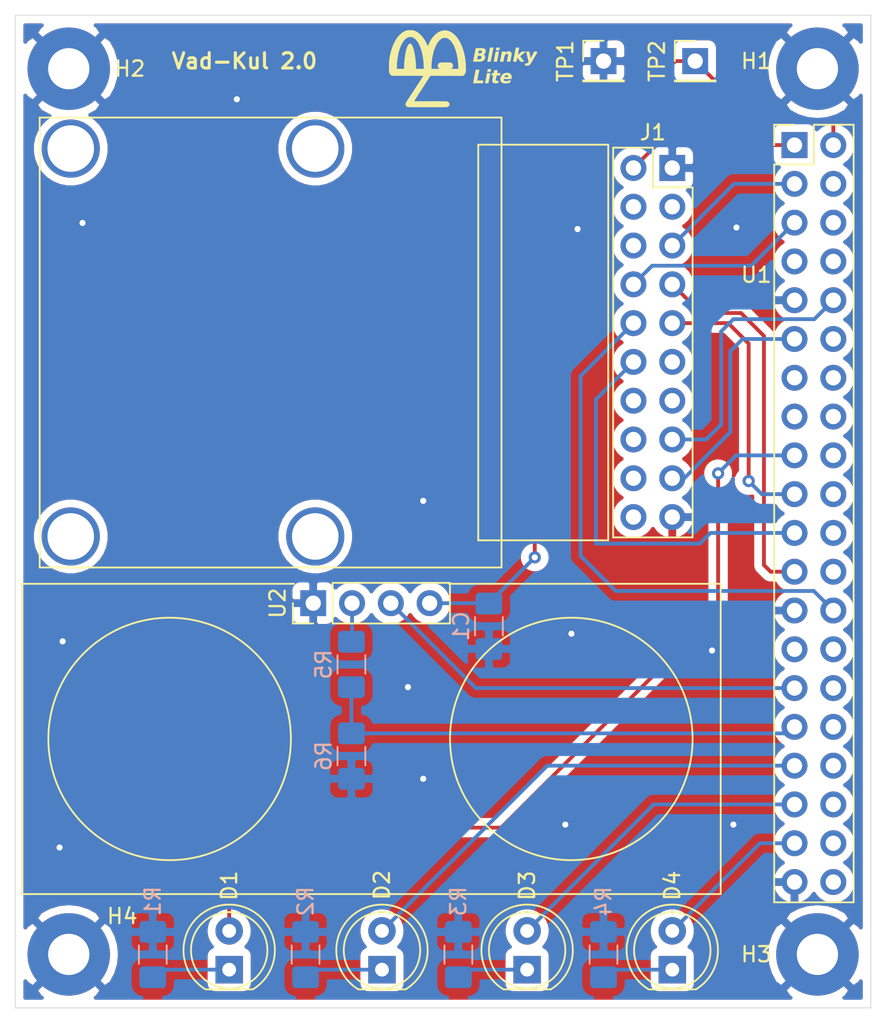
<source format=kicad_pcb>
(kicad_pcb (version 20171130) (host pcbnew 5.1.6-c6e7f7d~86~ubuntu18.04.1)
  (layers (0 F.Cu signal) (31 B.Cu signal) (34 B.Paste user) (35 F.Paste user) (36 B.SilkS user) (37 F.SilkS user) (38 B.Mask user) (39 F.Mask user) (44 Edge.Cuts user))
  (net 0 "")
  (net 1 "Net-(D1-Pad2)")
  (net 2 "Net-(D1-Pad1)")
  (net 3 "Net-(D2-Pad2)")
  (net 4 "Net-(D2-Pad1)")
  (net 5 "Net-(D3-Pad2)")
  (net 6 "Net-(D3-Pad1)")
  (net 7 GND)
  (net 8 "Net-(J1-Pad17)")
  (net 9 "Net-(J1-Pad15)")
  (net 10 "Net-(J1-Pad12)")
  (net 11 "Net-(J1-Pad10)")
  (net 12 "Net-(J1-Pad8)")
  (net 13 "Net-(J1-Pad7)")
  (net 14 "Net-(J1-Pad5)")
  (net 15 "Net-(J1-Pad2)")
  (net 16 "Net-(U1-Pad40)")
  (net 17 "Net-(U1-Pad32)")
  (net 18 "Net-(U1-Pad29)")
  (net 19 "Net-(U1-Pad28)")
  (net 20 "Net-(U1-Pad27)")
  (net 21 "Net-(U1-Pad24)")
  (net 22 "Net-(U1-Pad22)")
  (net 23 "Net-(U1-Pad18)")
  (net 24 "Net-(U1-Pad16)")
  (net 25 "Net-(U1-Pad15)")
  (net 26 "Net-(U1-Pad13)")
  (net 27 "Net-(U1-Pad12)")
  (net 28 "Net-(U1-Pad8)")
  (net 29 "Net-(U1-Pad38)")
  (net 30 "Net-(U1-Pad36)")
  (net 31 "Net-(U1-Pad34)")
  (net 32 "Net-(U1-Pad30)")
  (net 33 "Net-(U1-Pad20)")
  (net 34 "Net-(U1-Pad14)")
  (net 35 "Net-(U1-Pad6)")
  (net 36 "Net-(C1-Pad1)")
  (net 37 "Net-(D4-Pad2)")
  (net 38 "Net-(D4-Pad1)")
  (net 39 "Net-(R5-Pad2)")
  (net 40 "Net-(R5-Pad1)")
  (net 41 "Net-(J1-Pad3)")
  (net 42 "Net-(J1-Pad4)")
  (net 43 "Net-(J1-Pad6)")
  (net 44 "Net-(J1-Pad9)")
  (net 45 "Net-(J1-Pad11)")
  (net 46 "Net-(J1-Pad13)")
  (net 47 "Net-(J1-Pad14)")
  (net 48 "Net-(J1-Pad16)")
  (net 49 "Net-(J1-Pad18)")
  (net 50 "Net-(J1-Pad20)")
  (net 51 "Net-(U1-Pad4)")
  (net 52 "Net-(U1-Pad7)")
  (module Resistor_SMD:R_1206_3216Metric_Pad1.42x1.75mm_HandSolder (layer B.Cu) (at 125 65.5125 270)
    (fp_text reference R6 (at 0 1.82 270) (layer B.SilkS) (effects (justify mirror)))
    (fp_text value 6.8k)
    (pad 2 smd roundrect (at 1.4875 0 270) (size 1.425 1.75) (layers B.Cu B.Paste B.Mask) (roundrect_rratio 0.175439) (net 7 GND))
    (pad 1 smd roundrect (at -1.4875 0 270) (size 1.425 1.75) (layers B.Cu B.Paste B.Mask) (roundrect_rratio 0.175439) (net 39 "Net-(R5-Pad2)"))
  )
  (module Resistor_SMD:R_1206_3216Metric_Pad1.42x1.75mm_HandSolder (layer B.Cu) (at 125 59.5125 270)
    (fp_text reference R5 (at 0 1.82 270) (layer B.SilkS) (effects (justify mirror)))
    (fp_text value 3.3k)
    (pad 2 smd roundrect (at 1.4875 0 270) (size 1.425 1.75) (layers B.Cu B.Paste B.Mask) (roundrect_rratio 0.175439) (net 39 "Net-(R5-Pad2)"))
    (pad 1 smd roundrect (at -1.4875 0 270) (size 1.425 1.75) (layers B.Cu B.Paste B.Mask) (roundrect_rratio 0.175439) (net 40 "Net-(R5-Pad1)"))
  )
  (module MountingHole:MountingHole_2.7mm_M2.5_Pad (layer F.Cu) (at 106.5 78.5)
    (fp_text reference H4 (at 3.5 -2.5) (layer F.SilkS))
    (fp_text value MountingHole_Pad)
    (pad 1 thru_hole circle (at 0 0) (size 5.4 5.4) (drill 2.7) (layers *.Cu *.Mask) (net 7 GND))
  )
  (module MountingHole:MountingHole_2.7mm_M2.5_Pad (layer F.Cu) (at 155.5 78.5)
    (fp_text reference H3 (at -4 0) (layer F.SilkS))
    (fp_text value MountingHole_Pad)
    (pad 1 thru_hole circle (at 0 0) (size 5.4 5.4) (drill 2.7) (layers *.Cu *.Mask) (net 7 GND))
  )
  (module MountingHole:MountingHole_2.7mm_M2.5_Pad (layer F.Cu) (at 106.5 20.5)
    (fp_text reference H2 (at 4 0) (layer F.SilkS))
    (fp_text value MountingHole_Pad)
    (pad 1 thru_hole circle (at 0 0) (size 5.4 5.4) (drill 2.7) (layers *.Cu *.Mask) (net 7 GND))
  )
  (module MountingHole:MountingHole_2.7mm_M2.5_Pad (layer F.Cu) (at 155.5 20.5)
    (fp_text reference H1 (at -4 -0.5) (layer F.SilkS))
    (fp_text value MountingHole_Pad)
    (pad 1 thru_hole circle (at 0 0) (size 5.4 5.4) (drill 2.7) (layers *.Cu *.Mask) (net 7 GND))
  )
  (module dmcginnis427Footprints:Lepton2BO_RA (layer F.Cu) (at 146 27)
    (fp_text reference J1 (at -1.27 -2.33) (layer F.SilkS))
    (fp_text value Lepton2Breakout)
    (pad "" thru_hole circle (at -23.368 -1.27) (size 3.81 3.81) (drill 3.048) (layers *.Cu *.Mask))
    (pad "" thru_hole circle (at -39.37 -1.27) (size 3.81 3.81) (drill 3.048) (layers *.Cu *.Mask))
    (pad "" thru_hole circle (at -23.368 24.13) (size 3.81 3.81) (drill 3.048) (layers *.Cu *.Mask))
    (pad 1 thru_hole rect (at 0 0) (size 1.7 1.7) (drill 1) (layers *.Cu *.Mask) (net 7 GND))
    (pad 2 thru_hole oval (at -2.54 0) (size 1.7 1.7) (drill 1) (layers *.Cu *.Mask) (net 15 "Net-(J1-Pad2)"))
    (pad 3 thru_hole oval (at 0 2.54) (size 1.7 1.7) (drill 1) (layers *.Cu *.Mask) (net 41 "Net-(J1-Pad3)"))
    (pad 4 thru_hole oval (at -2.54 2.54) (size 1.7 1.7) (drill 1) (layers *.Cu *.Mask) (net 42 "Net-(J1-Pad4)"))
    (pad 5 thru_hole oval (at 0 5.08) (size 1.7 1.7) (drill 1) (layers *.Cu *.Mask) (net 14 "Net-(J1-Pad5)"))
    (pad 6 thru_hole oval (at -2.54 5.08) (size 1.7 1.7) (drill 1) (layers *.Cu *.Mask) (net 43 "Net-(J1-Pad6)"))
    (pad 7 thru_hole oval (at 0 7.62) (size 1.7 1.7) (drill 1) (layers *.Cu *.Mask) (net 13 "Net-(J1-Pad7)"))
    (pad 8 thru_hole oval (at -2.54 7.62) (size 1.7 1.7) (drill 1) (layers *.Cu *.Mask) (net 12 "Net-(J1-Pad8)"))
    (pad 9 thru_hole oval (at 0 10.16) (size 1.7 1.7) (drill 1) (layers *.Cu *.Mask) (net 44 "Net-(J1-Pad9)"))
    (pad 10 thru_hole oval (at -2.54 10.16) (size 1.7 1.7) (drill 1) (layers *.Cu *.Mask) (net 11 "Net-(J1-Pad10)"))
    (pad 11 thru_hole oval (at 0 12.7) (size 1.7 1.7) (drill 1) (layers *.Cu *.Mask) (net 45 "Net-(J1-Pad11)"))
    (pad 12 thru_hole oval (at -2.54 12.7) (size 1.7 1.7) (drill 1) (layers *.Cu *.Mask) (net 10 "Net-(J1-Pad12)"))
    (pad 13 thru_hole oval (at 0 15.24) (size 1.7 1.7) (drill 1) (layers *.Cu *.Mask) (net 46 "Net-(J1-Pad13)"))
    (pad 14 thru_hole oval (at -2.54 15.24) (size 1.7 1.7) (drill 1) (layers *.Cu *.Mask) (net 47 "Net-(J1-Pad14)"))
    (pad 15 thru_hole oval (at 0 17.78) (size 1.7 1.7) (drill 1) (layers *.Cu *.Mask) (net 9 "Net-(J1-Pad15)"))
    (pad 16 thru_hole oval (at -2.54 17.78) (size 1.7 1.7) (drill 1) (layers *.Cu *.Mask) (net 48 "Net-(J1-Pad16)"))
    (pad 17 thru_hole oval (at 0 20.32) (size 1.7 1.7) (drill 1) (layers *.Cu *.Mask) (net 8 "Net-(J1-Pad17)"))
    (pad 18 thru_hole oval (at -2.54 20.32) (size 1.7 1.7) (drill 1) (layers *.Cu *.Mask) (net 49 "Net-(J1-Pad18)"))
    (pad 19 thru_hole oval (at 0 22.86) (size 1.7 1.7) (drill 1) (layers *.Cu *.Mask) (net 7 GND))
    (pad 20 thru_hole oval (at -2.54 22.86) (size 1.7 1.7) (drill 1) (layers *.Cu *.Mask) (net 50 "Net-(J1-Pad20)"))
    (pad "" thru_hole circle (at -39.37 24.13) (size 3.81 3.81) (drill 3.048) (layers *.Cu *.Mask))
  )
  (module dmcginnis427Footprints:HC_SR04 (layer F.Cu) (at 122.5 55.5 90)
    (fp_text reference U2 (at 0 -2.33 90) (layer F.SilkS))
    (fp_text value HC_SR04)
    (pad 1 thru_hole oval (at 0 7.62 90) (size 1.7 1.7) (drill 1) (layers *.Cu *.Mask) (net 36 "Net-(C1-Pad1)"))
    (pad 2 thru_hole oval (at 0 5.08 90) (size 1.7 1.7) (drill 1) (layers *.Cu *.Mask) (net 18 "Net-(U1-Pad29)"))
    (pad 3 thru_hole oval (at 0 2.54 90) (size 1.7 1.7) (drill 1) (layers *.Cu *.Mask) (net 40 "Net-(R5-Pad1)"))
    (pad 4 thru_hole rect (at 0 0 90) (size 1.7 1.7) (drill 1) (layers *.Cu *.Mask) (net 7 GND))
  )
  (module Resistor_SMD:R_1206_3216Metric_Pad1.42x1.75mm_HandSolder (layer B.Cu) (at 141.5 78.5125 270)
    (fp_text reference R4 (at -3.4875 0 90) (layer B.SilkS) (effects (justify mirror)))
    (fp_text value 220)
    (pad 2 smd roundrect (at 1.4875 0 270) (size 1.425 1.75) (layers B.Cu B.Paste B.Mask) (roundrect_rratio 0.175439) (net 38 "Net-(D4-Pad1)"))
    (pad 1 smd roundrect (at -1.4875 0 270) (size 1.425 1.75) (layers B.Cu B.Paste B.Mask) (roundrect_rratio 0.175439) (net 7 GND))
  )
  (module LED_THT:LED_D5.0mm (layer F.Cu) (at 146 79.5 90)
    (fp_text reference D4 (at 5.5 0 90) (layer F.SilkS))
    (fp_text value LED)
    (pad 2 thru_hole circle (at 2.54 0 90) (size 1.8 1.8) (drill 0.9) (layers *.Cu *.Mask) (net 37 "Net-(D4-Pad2)"))
    (pad 1 thru_hole rect (at 0 0 90) (size 1.8 1.8) (drill 0.9) (layers *.Cu *.Mask) (net 38 "Net-(D4-Pad1)"))
  )
  (module Capacitor_SMD:C_1206_3216Metric_Pad1.42x1.75mm_HandSolder (layer B.Cu) (at 134 57.0125 270)
    (fp_text reference C1 (at 0 1.82 90) (layer B.SilkS) (effects (justify mirror)))
    (fp_text value 1uF)
    (pad 2 smd roundrect (at 1.4875 0 270) (size 1.425 1.75) (layers B.Cu B.Paste B.Mask) (roundrect_rratio 0.175439) (net 7 GND))
    (pad 1 smd roundrect (at -1.4875 0 270) (size 1.425 1.75) (layers B.Cu B.Paste B.Mask) (roundrect_rratio 0.175439) (net 36 "Net-(C1-Pad1)"))
  )
  (module dmcginnis427Footprints:blinkyLiteLogo (layer F.Cu) (at 132.5 20.5)
    (fp_text reference G*** hide)
    (fp_text value LOGO hide)
  )
  (module Resistor_SMD:R_1206_3216Metric_Pad1.42x1.75mm_HandSolder (layer B.Cu) (at 132 78.5125 270)
    (fp_text reference R3 (at -3.4875 0 90) (layer B.SilkS) (effects (justify mirror)))
    (fp_text value 220)
    (pad 2 smd roundrect (at 1.4875 0 270) (size 1.425 1.75) (layers B.Cu B.Paste B.Mask) (roundrect_rratio 0.175439) (net 6 "Net-(D3-Pad1)"))
    (pad 1 smd roundrect (at -1.4875 0 270) (size 1.425 1.75) (layers B.Cu B.Paste B.Mask) (roundrect_rratio 0.175439) (net 7 GND))
  )
  (module Resistor_SMD:R_1206_3216Metric_Pad1.42x1.75mm_HandSolder (layer B.Cu) (at 112 78.5125 270)
    (fp_text reference R1 (at -3.5 0 90) (layer B.SilkS) (effects (justify mirror)))
    (fp_text value 220)
    (pad 2 smd roundrect (at 1.4875 0 270) (size 1.425 1.75) (layers B.Cu B.Paste B.Mask) (roundrect_rratio 0.175439) (net 2 "Net-(D1-Pad1)"))
    (pad 1 smd roundrect (at -1.4875 0 270) (size 1.425 1.75) (layers B.Cu B.Paste B.Mask) (roundrect_rratio 0.175439) (net 7 GND))
  )
  (module Connector_PinHeader_2.54mm:PinHeader_2x20_P2.54mm_Vertical (layer F.Cu) (at 154 25.5)
    (fp_text reference U1 (at -2.5 8.5) (layer F.SilkS))
    (fp_text value RPIHeader)
    (pad 40 thru_hole oval (at 2.54 48.26) (size 1.7 1.7) (drill 1) (layers *.Cu *.Mask) (net 16 "Net-(U1-Pad40)"))
    (pad 39 thru_hole oval (at 0 48.26) (size 1.7 1.7) (drill 1) (layers *.Cu *.Mask) (net 7 GND))
    (pad 38 thru_hole oval (at 2.54 45.72) (size 1.7 1.7) (drill 1) (layers *.Cu *.Mask) (net 29 "Net-(U1-Pad38)"))
    (pad 37 thru_hole oval (at 0 45.72) (size 1.7 1.7) (drill 1) (layers *.Cu *.Mask) (net 37 "Net-(D4-Pad2)"))
    (pad 36 thru_hole oval (at 2.54 43.18) (size 1.7 1.7) (drill 1) (layers *.Cu *.Mask) (net 30 "Net-(U1-Pad36)"))
    (pad 35 thru_hole oval (at 0 43.18) (size 1.7 1.7) (drill 1) (layers *.Cu *.Mask) (net 5 "Net-(D3-Pad2)"))
    (pad 34 thru_hole oval (at 2.54 40.64) (size 1.7 1.7) (drill 1) (layers *.Cu *.Mask) (net 31 "Net-(U1-Pad34)"))
    (pad 33 thru_hole oval (at 0 40.64) (size 1.7 1.7) (drill 1) (layers *.Cu *.Mask) (net 3 "Net-(D2-Pad2)"))
    (pad 32 thru_hole oval (at 2.54 38.1) (size 1.7 1.7) (drill 1) (layers *.Cu *.Mask) (net 17 "Net-(U1-Pad32)"))
    (pad 31 thru_hole oval (at 0 38.1) (size 1.7 1.7) (drill 1) (layers *.Cu *.Mask) (net 39 "Net-(R5-Pad2)"))
    (pad 30 thru_hole oval (at 2.54 35.56) (size 1.7 1.7) (drill 1) (layers *.Cu *.Mask) (net 32 "Net-(U1-Pad30)"))
    (pad 29 thru_hole oval (at 0 35.56) (size 1.7 1.7) (drill 1) (layers *.Cu *.Mask) (net 18 "Net-(U1-Pad29)"))
    (pad 28 thru_hole oval (at 2.54 33.02) (size 1.7 1.7) (drill 1) (layers *.Cu *.Mask) (net 19 "Net-(U1-Pad28)"))
    (pad 27 thru_hole oval (at 0 33.02) (size 1.7 1.7) (drill 1) (layers *.Cu *.Mask) (net 20 "Net-(U1-Pad27)"))
    (pad 26 thru_hole oval (at 2.54 30.48) (size 1.7 1.7) (drill 1) (layers *.Cu *.Mask) (net 11 "Net-(J1-Pad10)"))
    (pad 25 thru_hole oval (at 0 30.48) (size 1.7 1.7) (drill 1) (layers *.Cu *.Mask) (net 7 GND))
    (pad 24 thru_hole oval (at 2.54 27.94) (size 1.7 1.7) (drill 1) (layers *.Cu *.Mask) (net 21 "Net-(U1-Pad24)"))
    (pad 23 thru_hole oval (at 0 27.94) (size 1.7 1.7) (drill 1) (layers *.Cu *.Mask) (net 13 "Net-(J1-Pad7)"))
    (pad 22 thru_hole oval (at 2.54 25.4) (size 1.7 1.7) (drill 1) (layers *.Cu *.Mask) (net 22 "Net-(U1-Pad22)"))
    (pad 21 thru_hole oval (at 0 25.4) (size 1.7 1.7) (drill 1) (layers *.Cu *.Mask) (net 10 "Net-(J1-Pad12)"))
    (pad 20 thru_hole oval (at 2.54 22.86) (size 1.7 1.7) (drill 1) (layers *.Cu *.Mask) (net 33 "Net-(U1-Pad20)"))
    (pad 19 thru_hole oval (at 0 22.86) (size 1.7 1.7) (drill 1) (layers *.Cu *.Mask) (net 44 "Net-(J1-Pad9)"))
    (pad 18 thru_hole oval (at 2.54 20.32) (size 1.7 1.7) (drill 1) (layers *.Cu *.Mask) (net 23 "Net-(U1-Pad18)"))
    (pad 17 thru_hole oval (at 0 20.32) (size 1.7 1.7) (drill 1) (layers *.Cu *.Mask) (net 1 "Net-(D1-Pad2)"))
    (pad 16 thru_hole oval (at 2.54 17.78) (size 1.7 1.7) (drill 1) (layers *.Cu *.Mask) (net 24 "Net-(U1-Pad16)"))
    (pad 15 thru_hole oval (at 0 17.78) (size 1.7 1.7) (drill 1) (layers *.Cu *.Mask) (net 25 "Net-(U1-Pad15)"))
    (pad 14 thru_hole oval (at 2.54 15.24) (size 1.7 1.7) (drill 1) (layers *.Cu *.Mask) (net 34 "Net-(U1-Pad14)"))
    (pad 13 thru_hole oval (at 0 15.24) (size 1.7 1.7) (drill 1) (layers *.Cu *.Mask) (net 26 "Net-(U1-Pad13)"))
    (pad 12 thru_hole oval (at 2.54 12.7) (size 1.7 1.7) (drill 1) (layers *.Cu *.Mask) (net 27 "Net-(U1-Pad12)"))
    (pad 11 thru_hole oval (at 0 12.7) (size 1.7 1.7) (drill 1) (layers *.Cu *.Mask) (net 8 "Net-(J1-Pad17)"))
    (pad 10 thru_hole oval (at 2.54 10.16) (size 1.7 1.7) (drill 1) (layers *.Cu *.Mask) (net 9 "Net-(J1-Pad15)"))
    (pad 9 thru_hole oval (at 0 10.16) (size 1.7 1.7) (drill 1) (layers *.Cu *.Mask) (net 7 GND))
    (pad 8 thru_hole oval (at 2.54 7.62) (size 1.7 1.7) (drill 1) (layers *.Cu *.Mask) (net 28 "Net-(U1-Pad8)"))
    (pad 7 thru_hole oval (at 0 7.62) (size 1.7 1.7) (drill 1) (layers *.Cu *.Mask) (net 52 "Net-(U1-Pad7)"))
    (pad 6 thru_hole oval (at 2.54 5.08) (size 1.7 1.7) (drill 1) (layers *.Cu *.Mask) (net 35 "Net-(U1-Pad6)"))
    (pad 5 thru_hole oval (at 0 5.08) (size 1.7 1.7) (drill 1) (layers *.Cu *.Mask) (net 12 "Net-(J1-Pad8)"))
    (pad 4 thru_hole oval (at 2.54 2.54) (size 1.7 1.7) (drill 1) (layers *.Cu *.Mask) (net 51 "Net-(U1-Pad4)"))
    (pad 3 thru_hole oval (at 0 2.54) (size 1.7 1.7) (drill 1) (layers *.Cu *.Mask) (net 14 "Net-(J1-Pad5)"))
    (pad 2 thru_hole oval (at 2.54 0) (size 1.7 1.7) (drill 1) (layers *.Cu *.Mask) (net 36 "Net-(C1-Pad1)"))
    (pad 1 thru_hole rect (at 0 0) (size 1.7 1.7) (drill 1) (layers *.Cu *.Mask) (net 15 "Net-(J1-Pad2)"))
  )
  (module Connector_PinHeader_2.54mm:PinHeader_1x01_P2.54mm_Vertical (layer F.Cu) (at 147.5 20)
    (fp_text reference TP2 (at -2.5 0 90) (layer F.SilkS))
    (fp_text value TestPoint)
    (pad 1 thru_hole rect (at 0 0) (size 1.7 1.7) (drill 1) (layers *.Cu *.Mask) (net 36 "Net-(C1-Pad1)"))
  )
  (module Connector_PinHeader_2.54mm:PinHeader_1x01_P2.54mm_Vertical (layer F.Cu) (at 141.5 20)
    (fp_text reference TP1 (at -2.5 0 90) (layer F.SilkS))
    (fp_text value TestPoint)
    (pad 1 thru_hole rect (at 0 0) (size 1.7 1.7) (drill 1) (layers *.Cu *.Mask) (net 7 GND))
  )
  (module Resistor_SMD:R_1206_3216Metric_Pad1.42x1.75mm_HandSolder (layer B.Cu) (at 122 78.5125 270)
    (fp_text reference R2 (at -3.4875 0 90) (layer B.SilkS) (effects (justify mirror)))
    (fp_text value 220)
    (pad 2 smd roundrect (at 1.4875 0 270) (size 1.425 1.75) (layers B.Cu B.Paste B.Mask) (roundrect_rratio 0.175439) (net 4 "Net-(D2-Pad1)"))
    (pad 1 smd roundrect (at -1.4875 0 270) (size 1.425 1.75) (layers B.Cu B.Paste B.Mask) (roundrect_rratio 0.175439) (net 7 GND))
  )
  (module LED_THT:LED_D5.0mm (layer F.Cu) (at 136.5 79.5 90)
    (fp_text reference D3 (at 5.5 0 90) (layer F.SilkS))
    (fp_text value LED)
    (pad 2 thru_hole circle (at 2.54 0 90) (size 1.8 1.8) (drill 0.9) (layers *.Cu *.Mask) (net 5 "Net-(D3-Pad2)"))
    (pad 1 thru_hole rect (at 0 0 90) (size 1.8 1.8) (drill 0.9) (layers *.Cu *.Mask) (net 6 "Net-(D3-Pad1)"))
  )
  (module LED_THT:LED_D5.0mm (layer F.Cu) (at 127 79.5 90)
    (fp_text reference D2 (at 5.54 0 90) (layer F.SilkS))
    (fp_text value LED)
    (pad 2 thru_hole circle (at 2.54 0 90) (size 1.8 1.8) (drill 0.9) (layers *.Cu *.Mask) (net 3 "Net-(D2-Pad2)"))
    (pad 1 thru_hole rect (at 0 0 90) (size 1.8 1.8) (drill 0.9) (layers *.Cu *.Mask) (net 4 "Net-(D2-Pad1)"))
  )
  (module LED_THT:LED_D5.0mm (layer F.Cu) (at 117 79.5 90)
    (fp_text reference D1 (at 5.5 0 90) (layer F.SilkS))
    (fp_text value LED)
    (pad 2 thru_hole circle (at 2.54 0 90) (size 1.8 1.8) (drill 0.9) (layers *.Cu *.Mask) (net 1 "Net-(D1-Pad2)"))
    (pad 1 thru_hole rect (at 0 0 90) (size 1.8 1.8) (drill 0.9) (layers *.Cu *.Mask) (net 2 "Net-(D1-Pad1)"))
  )
  (gr_text "Vad-Kul 2.0" (at 118 20) (layer F.SilkS) (effects (font (size 1 1) (thickness 0.2))))
  (gr_line (start 103 82) (end 103 17) (layer Edge.Cuts) (width 0.05))
  (gr_line (start 159 17) (end 103 17) (layer Edge.Cuts) (width 0.05))
  (gr_line (start 159 82) (end 103 82) (layer Edge.Cuts) (width 0.05))
  (gr_line (start 159 17) (end 159 82) (layer Edge.Cuts) (width 0.05))
  (segment (start 112.5 79.5) (end 112 80) (width 0.25) (layer B.Cu) (net 2))
  (segment (start 117 79.5) (end 112.5 79.5) (width 0.25) (layer B.Cu) (net 2))
  (segment (start 122.5 79.5) (end 122 80) (width 0.25) (layer B.Cu) (net 4))
  (segment (start 127 79.5) (end 122.5 79.5) (width 0.25) (layer B.Cu) (net 4))
  (segment (start 132.5 79.5) (end 132 80) (width 0.25) (layer B.Cu) (net 6))
  (segment (start 136.5 79.5) (end 132.5 79.5) (width 0.25) (layer B.Cu) (net 6))
  (segment (start 153.9984 45.8216) (end 154 45.82) (width 0.25) (layer F.Cu) (net 1))
  (segment (start 154 45.82) (end 150.18 45.82) (width 0.25) (layer B.Cu) (net 1))
  (via (at 149 47) (size 0.8) (drill 0.4) (layers F.Cu B.Cu) (net 1))
  (segment (start 150.18 45.82) (end 149 47) (width 0.25) (layer B.Cu) (net 1))
  (segment (start 134.8 70.2) (end 149 56) (width 0.25) (layer F.Cu) (net 1))
  (segment (start 149 56) (end 149 47) (width 0.25) (layer F.Cu) (net 1))
  (segment (start 121.8 70.2) (end 134.8 70.2) (width 0.25) (layer F.Cu) (net 1))
  (segment (start 117 76.96) (end 117 75) (width 0.25) (layer F.Cu) (net 1))
  (segment (start 117 75) (end 121.8 70.2) (width 0.25) (layer F.Cu) (net 1))
  (segment (start 137.82 66.14) (end 127 76.96) (width 0.25) (layer B.Cu) (net 3))
  (segment (start 154 66.14) (end 137.82 66.14) (width 0.25) (layer B.Cu) (net 3))
  (segment (start 144.78 68.68) (end 136.5 76.96) (width 0.25) (layer B.Cu) (net 5))
  (segment (start 154 68.68) (end 144.78 68.68) (width 0.25) (layer B.Cu) (net 5))
  (via (at 139 70) (size 0.8) (drill 0.4) (layers F.Cu B.Cu) (net 7))
  (via (at 150 70) (size 0.8) (drill 0.4) (layers F.Cu B.Cu) (net 7))
  (via (at 150.2 30.9) (size 0.8) (drill 0.4) (layers F.Cu B.Cu) (net 7))
  (via (at 139.8 31) (size 0.8) (drill 0.4) (layers F.Cu B.Cu) (net 7))
  (via (at 107.4 30.6) (size 0.8) (drill 0.4) (layers F.Cu B.Cu) (net 7))
  (via (at 106.1 58) (size 0.8) (drill 0.4) (layers F.Cu B.Cu) (net 7))
  (via (at 105.9 71.5) (size 0.8) (drill 0.4) (layers F.Cu B.Cu) (net 7))
  (via (at 129.7 67) (size 0.8) (drill 0.4) (layers F.Cu B.Cu) (net 7))
  (via (at 128.7 61) (size 0.8) (drill 0.4) (layers F.Cu B.Cu) (net 7))
  (via (at 129.7 48.8) (size 0.8) (drill 0.4) (layers F.Cu B.Cu) (net 7))
  (via (at 139.4 57.5) (size 0.8) (drill 0.4) (layers F.Cu B.Cu) (net 7))
  (via (at 148.6 58.6) (size 0.8) (drill 0.4) (layers F.Cu B.Cu) (net 7))
  (via (at 117.5 22.5) (size 0.8) (drill 0.4) (layers F.Cu B.Cu) (net 7))
  (segment (start 149.8 44.3) (end 146.78 47.32) (width 0.25) (layer B.Cu) (net 8))
  (segment (start 149.8 39) (end 149.8 44.3) (width 0.25) (layer B.Cu) (net 8))
  (segment (start 154 38.2) (end 150.6 38.2) (width 0.25) (layer B.Cu) (net 8))
  (segment (start 146.78 47.32) (end 146 47.32) (width 0.25) (layer B.Cu) (net 8))
  (segment (start 150.6 38.2) (end 149.8 39) (width 0.25) (layer B.Cu) (net 8))
  (segment (start 149.2 43.8) (end 148.22 44.78) (width 0.25) (layer B.Cu) (net 9))
  (segment (start 150 36.9) (end 149.2 37.7) (width 0.25) (layer B.Cu) (net 9))
  (segment (start 149.2 37.7) (end 149.2 43.8) (width 0.25) (layer B.Cu) (net 9))
  (segment (start 156.54 35.66) (end 155.3 36.9) (width 0.25) (layer B.Cu) (net 9))
  (segment (start 148.22 44.78) (end 146 44.78) (width 0.25) (layer B.Cu) (net 9))
  (segment (start 155.3 36.9) (end 150 36.9) (width 0.25) (layer B.Cu) (net 9))
  (segment (start 141 51.6) (end 141 42.16) (width 0.25) (layer B.Cu) (net 10))
  (segment (start 147.8 51.6) (end 141 51.6) (width 0.25) (layer B.Cu) (net 10))
  (segment (start 141 42.16) (end 143.46 39.7) (width 0.25) (layer B.Cu) (net 10))
  (segment (start 154 50.9) (end 148.5 50.9) (width 0.25) (layer B.Cu) (net 10))
  (segment (start 148.5 50.9) (end 147.8 51.6) (width 0.25) (layer B.Cu) (net 10))
  (segment (start 140 40.62) (end 143.46 37.16) (width 0.25) (layer B.Cu) (net 11))
  (segment (start 142.3 54.7) (end 140 52.4) (width 0.25) (layer B.Cu) (net 11))
  (segment (start 140 52.4) (end 140 40.62) (width 0.25) (layer B.Cu) (net 11))
  (segment (start 156.54 55.98) (end 155.26 54.7) (width 0.25) (layer B.Cu) (net 11))
  (segment (start 155.26 54.7) (end 142.3 54.7) (width 0.25) (layer B.Cu) (net 11))
  (segment (start 151.18 33.4) (end 154 30.58) (width 0.25) (layer B.Cu) (net 12))
  (segment (start 143.46 34.62) (end 144.68 33.4) (width 0.25) (layer B.Cu) (net 12))
  (segment (start 144.68 33.4) (end 151.18 33.4) (width 0.25) (layer B.Cu) (net 12))
  (segment (start 153.66 53.1) (end 154 53.44) (width 0.25) (layer B.Cu) (net 13))
  (segment (start 147.88 36.5) (end 146 34.62) (width 0.25) (layer F.Cu) (net 13))
  (segment (start 150.5 36.5) (end 147.88 36.5) (width 0.25) (layer F.Cu) (net 13))
  (segment (start 152 38) (end 150.5 36.5) (width 0.25) (layer F.Cu) (net 13))
  (segment (start 152 53) (end 152 38) (width 0.25) (layer F.Cu) (net 13))
  (segment (start 154 53.44) (end 152.44 53.44) (width 0.25) (layer F.Cu) (net 13))
  (segment (start 152.44 53.44) (end 152 53) (width 0.25) (layer F.Cu) (net 13))
  (segment (start 150.04 28.04) (end 146 32.08) (width 0.25) (layer B.Cu) (net 14))
  (segment (start 154 28.04) (end 150.04 28.04) (width 0.25) (layer B.Cu) (net 14))
  (segment (start 154 25.5) (end 148 25.5) (width 0.25) (layer F.Cu) (net 15))
  (segment (start 148 25.5) (end 147.3 24.8) (width 0.25) (layer F.Cu) (net 15))
  (segment (start 145.66 24.8) (end 143.46 27) (width 0.25) (layer F.Cu) (net 15))
  (segment (start 147.3 24.8) (end 145.66 24.8) (width 0.25) (layer F.Cu) (net 15))
  (segment (start 133.14 61.06) (end 127.58 55.5) (width 0.25) (layer B.Cu) (net 18))
  (segment (start 154 61.06) (end 133.14 61.06) (width 0.25) (layer B.Cu) (net 18))
  (segment (start 151.4 23.9) (end 147.5 20) (width 0.25) (layer F.Cu) (net 36))
  (segment (start 151.4 24) (end 151.4 23.9) (width 0.25) (layer F.Cu) (net 36))
  (segment (start 156.5 24) (end 151.4 24) (width 0.25) (layer F.Cu) (net 36))
  (segment (start 156.54 25.5) (end 156.54 24.04) (width 0.25) (layer F.Cu) (net 36))
  (segment (start 156.54 24.04) (end 156.5 24) (width 0.25) (layer F.Cu) (net 36))
  (segment (start 134 55.525) (end 134 55.5) (width 0.25) (layer B.Cu) (net 36))
  (via (at 137 52.5) (size 0.8) (drill 0.4) (layers F.Cu B.Cu) (net 36))
  (segment (start 134 55.5) (end 137 52.5) (width 0.25) (layer B.Cu) (net 36))
  (segment (start 133.975 55.5) (end 134 55.525) (width 0.25) (layer B.Cu) (net 36))
  (segment (start 130.12 55.5) (end 133.975 55.5) (width 0.25) (layer B.Cu) (net 36))
  (segment (start 146.2 20) (end 147.5 20) (width 0.25) (layer F.Cu) (net 36))
  (segment (start 137 52.5) (end 137 29.2) (width 0.25) (layer F.Cu) (net 36))
  (segment (start 137 29.2) (end 146.2 20) (width 0.25) (layer F.Cu) (net 36))
  (segment (start 151.74 71.22) (end 146 76.96) (width 0.25) (layer B.Cu) (net 37))
  (segment (start 154 71.22) (end 151.74 71.22) (width 0.25) (layer B.Cu) (net 37))
  (segment (start 142 79.5) (end 141.5 80) (width 0.25) (layer B.Cu) (net 38))
  (segment (start 146 79.5) (end 142 79.5) (width 0.25) (layer B.Cu) (net 38))
  (segment (start 125 61) (end 125 64.025) (width 0.25) (layer B.Cu) (net 39))
  (segment (start 153.575 64.025) (end 154 63.6) (width 0.25) (layer B.Cu) (net 39))
  (segment (start 125 64.025) (end 153.575 64.025) (width 0.25) (layer B.Cu) (net 39))
  (segment (start 125.04 57.985) (end 125 58.025) (width 0.25) (layer B.Cu) (net 40))
  (segment (start 125.04 55.5) (end 125.04 57.985) (width 0.25) (layer B.Cu) (net 40))
  (segment (start 154 48.36) (end 151.86 48.36) (width 0.25) (layer B.Cu) (net 44))
  (via (at 151 47.5) (size 0.8) (drill 0.4) (layers F.Cu B.Cu) (net 44))
  (segment (start 151.86 48.36) (end 151 47.5) (width 0.25) (layer B.Cu) (net 44))
  (segment (start 151 47.5) (end 151 38.5) (width 0.25) (layer F.Cu) (net 44))
  (segment (start 149.66 37.16) (end 151 38.5) (width 0.25) (layer F.Cu) (net 44))
  (segment (start 146 37.16) (end 149.66 37.16) (width 0.25) (layer F.Cu) (net 44))
  (zone (net 7) (net_name GND) (layer F.Cu) (connect_pads (clearance 0.508)) (min_thickness 0.254) (fill yes (arc_segments 32) (thermal_gap 0.508) (thermal_bridge_width 0.508))
    (polygon (pts (xy 160 83) (xy 102 83) (xy 102 16) (xy 160 16)))
  )
  (zone (net 7) (net_name GND) (layer B.Cu) (connect_pads (clearance 0.508)) (min_thickness 0.254) (fill yes (arc_segments 32) (thermal_gap 0.508) (thermal_bridge_width 0.508))
    (polygon (pts (xy 160 83) (xy 102 83) (xy 102 16) (xy 160 16)))
  )
)
</source>
